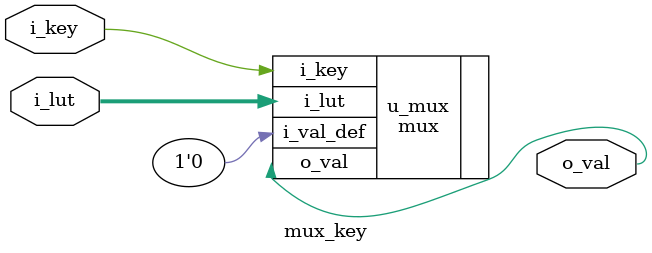
<source format=sv>
/*
 * @Author      : myyerrol
 * @Date        : 2025-02-02 19:03:42
 * @LastEditors : myyerrol
 * @LastEditTime: 2025-02-02 19:21:01
 * @Description : Multiplexer key.
 *
 * Copyright (c) 2025 by MEMDSL, All Rights Reserved.
 */

`timescale 1ns / 1ps

module mux_key #(
    parameter KEY_NUM   = 2,
    parameter KEY_WIDTH = 1,
    parameter VAL_WIDTH = 1
) (
    input  logic [KEY_WIDTH                         - 1 : 0] i_key,
    input  logic [KEY_NUM * (KEY_WIDTH + VAL_WIDTH) - 1 : 0] i_lut,
    output logic [VAL_WIDTH                         - 1 : 0] o_val
);

    mux #(
        .KEY_NUM  (KEY_NUM),
        .KEY_WIDTH(KEY_WIDTH),
        .VAL_WIDTH(VAL_WIDTH),
        .HAS_DEF  (0)
    ) u_mux(
        .i_key    (i_key),
        .i_val_def({VAL_WIDTH{1'h0}}),
        .i_lut    (i_lut),
        .o_val    (o_val)
    );

endmodule

</source>
